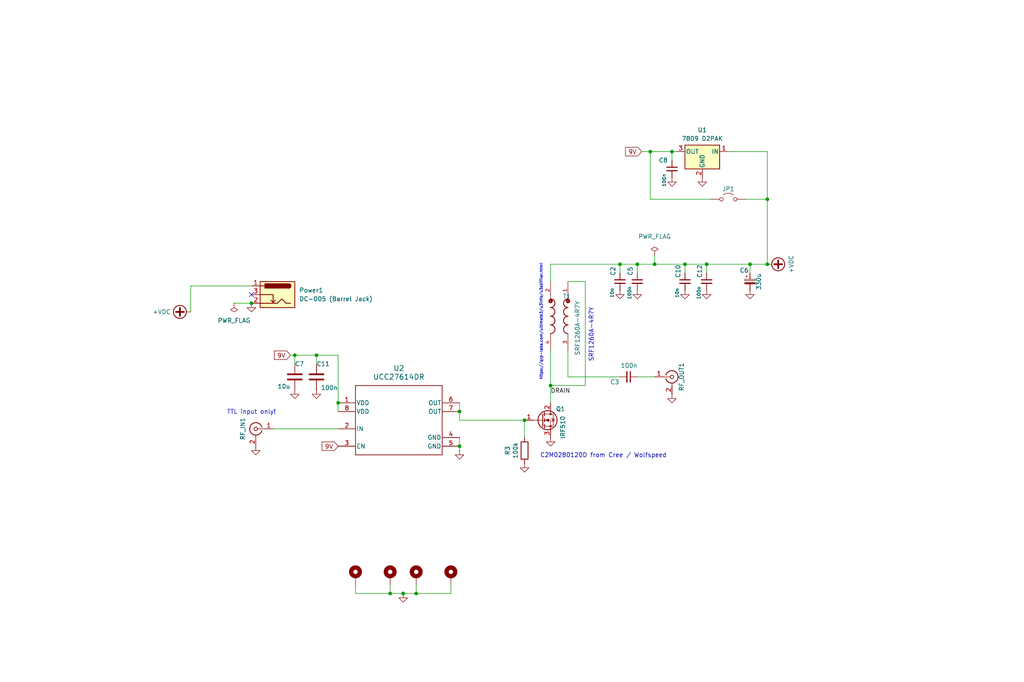
<source format=kicad_sch>
(kicad_sch (version 20250114) (generator "eeschema") (generator_version "9.0")
  (paper "User" 299.999 200)
  (title_block (title "TO-247-Single-Ended Hack Amp (SMD)") (date "2025-01-15") (rev "v10.01") (company "Author: Dhiru Kholia (VU3CER), Rafał Rozestwiński, Brad (K1TE)"))
  (lib_symbols
    (symbol "2025-01-15_05-21-49:UCC27614DR" (pin_names (offset 0.254))
      (property "Reference" "U2" (at 17.78 10.16 0))
      (property "Value" "UCC27614DR" (at 17.78 7.62 0))
      (symbol "UCC27614DR_0_1"
        (polyline (pts (xy 5.08 5.08) (xy 5.08 -15.24)) (stroke (width 0.2032)))
        (polyline (pts (xy 5.08 -15.24) (xy 30.48 -15.24)) (stroke (width 0.2032)))
        (polyline (pts (xy 30.48 5.08) (xy 5.08 5.08)) (stroke (width 0.2032)))
        (polyline (pts (xy 30.48 -15.24) (xy 30.48 5.08)) (stroke (width 0.2032)))
        (pin power_in line (at 0 0 0) (length 5.08) (name "VDD") (number "1"))
        (pin power_in line (at 0 -2.54 0) (length 5.08) (name "VDD") (number "8"))
        (pin input line (at 0 -7.62 0) (length 5.08) (name "IN") (number "2"))
        (pin input line (at 0 -12.7 0) (length 5.08) (name "EN") (number "3"))
        (pin power_in line (at 35.56 -10.16 180) (length 5.08) (name "GND") (number "4"))
        (pin power_in line (at 35.56 -12.7 180) (length 5.08) (name "GND") (number "5"))
      )
      (symbol "UCC27614DR_1_1"
        (pin passive line (at 35.56 0 180) (length 5.08) (name "OUT") (number "6"))
        (pin passive line (at 35.56 -2.54 180) (length 5.08) (name "OUT") (number "7"))
      )
    )
    (symbol "Conn_Coaxial_1" (pin_names (offset 1.016) (hide yes))
      (property "Reference" "J" (at 0.254 3.048 0))
      (property "Value" "Conn_Coaxial" (at 2.921 0 90))
      (symbol "Conn_Coaxial_1_0_1"
        (polyline (pts (xy -2.54 0) (xy -0.508 0)))
        (arc (start 1.778 0) (mid 0.222 -1.8079) (end -1.778 -0.508) (stroke (width 0.254)))
        (arc (start -1.778 0.508) (mid 0.2221 1.8084) (end 1.778 0) (stroke (width 0.254)))
        (circle (center 0 0) (radius 0.508) (stroke (width 0.2032)))
        (polyline (pts (xy 0 -2.54) (xy 0 -1.778)))
      )
      (symbol "Conn_Coaxial_1_1_1"
        (pin passive line (at -5.08 0 0) (length 2.54) (name "In") (number "1"))
        (pin passive line (at 0 -5.08 90) (length 2.54) (name "Ext") (number "2"))
      )
    )
    (symbol "Connector:Barrel_Jack_Switch" (pin_names (hide yes))
      (property "Reference" "J" (at 0 5.334 0))
      (property "Value" "Barrel_Jack_Switch" (at 0 -5.08 0))
      (symbol "Barrel_Jack_Switch_0_1"
        (rectangle (start -5.08 3.81) (end 5.08 -3.81) (stroke (width 0.254)) (fill (type background)))
        (polyline (pts (xy -3.81 -2.54) (xy -2.54 -2.54) (xy -1.27 -1.27) (xy 0 -2.54) (xy 2.54 -2.54) (xy 5.08 -2.54)) (stroke (width 0.254)))
        (arc (start -3.302 1.905) (mid -3.9343 2.54) (end -3.302 3.175) (stroke (width 0.254)))
        (arc (start -3.302 1.905) (mid -3.9343 2.54) (end -3.302 3.175) (stroke (width 0.254)) (fill (type outline)))
        (polyline (pts (xy 1.27 -2.286) (xy 1.905 -1.651)) (stroke (width 0.254)))
        (rectangle (start 3.683 3.175) (end -3.302 1.905) (stroke (width 0.254)) (fill (type outline)))
        (polyline (pts (xy 5.08 2.54) (xy 3.81 2.54)) (stroke (width 0.254)))
        (polyline (pts (xy 5.08 0) (xy 1.27 0) (xy 1.27 -2.286) (xy 0.635 -1.651)) (stroke (width 0.254)))
      )
      (symbol "Barrel_Jack_Switch_1_1"
        (pin passive line (at 7.62 2.54 180) (length 2.54) (name "~") (number "1"))
        (pin passive line (at 7.62 0 180) (length 2.54) (name "~") (number "3"))
        (pin passive line (at 7.62 -2.54 180) (length 2.54) (name "~") (number "2"))
      )
    )
    (symbol "Connector:Conn_Coaxial" (pin_names (offset 1.016) (hide yes))
      (property "Reference" "J" (at 0.254 3.048 0))
      (property "Value" "Conn_Coaxial" (at 2.921 0 90))
      (symbol "Conn_Coaxial_0_1"
        (polyline (pts (xy -2.54 0) (xy -0.508 0)))
        (arc (start 1.778 0) (mid 0.222 -1.8079) (end -1.778 -0.508) (stroke (width 0.254)))
        (arc (start -1.778 0.508) (mid 0.2221 1.8084) (end 1.778 0) (stroke (width 0.254)))
        (circle (center 0 0) (radius 0.508) (stroke (width 0.2032)))
        (polyline (pts (xy 0 -2.54) (xy 0 -1.778)))
      )
      (symbol "Conn_Coaxial_1_1"
        (pin passive line (at -5.08 0 0) (length 2.54) (name "In") (number "1"))
        (pin passive line (at 0 -5.08 90) (length 2.54) (name "Ext") (number "2"))
      )
    )
    (symbol "Device:C" (pin_numbers (hide yes)) (pin_names (offset 0.254))
      (property "Reference" "C" (at 0.635 2.54 0))
      (property "Value" "C" (at 0.635 -2.54 0))
      (symbol "C_0_1"
        (polyline (pts (xy -2.032 0.762) (xy 2.032 0.762)) (stroke (width 0.508)))
        (polyline (pts (xy -2.032 -0.762) (xy 2.032 -0.762)) (stroke (width 0.508)))
      )
      (symbol "C_1_1"
        (pin passive line (at 0 3.81 270) (length 2.794) (name "~") (number "1"))
        (pin passive line (at 0 -3.81 90) (length 2.794) (name "~") (number "2"))
      )
    )
    (symbol "Device:C_Polarized_Small" (pin_numbers (hide yes)) (pin_names (offset 0.254) (hide yes))
      (property "Reference" "C" (at 0.254 1.778 0))
      (property "Value" "C_Polarized_Small" (at 0.254 -2.032 0))
      (symbol "C_Polarized_Small_0_1"
        (rectangle (start -1.524 0.6858) (end 1.524 0.3048))
        (rectangle (start -1.524 -0.3048) (end 1.524 -0.6858) (fill (type outline)))
        (polyline (pts (xy -1.27 1.524) (xy -0.762 1.524)))
        (polyline (pts (xy -1.016 1.27) (xy -1.016 1.778)))
      )
      (symbol "C_Polarized_Small_1_1"
        (pin passive line (at 0 2.54 270) (length 1.8542) (name "~") (number "1"))
        (pin passive line (at 0 -2.54 90) (length 1.8542) (name "~") (number "2"))
      )
    )
    (symbol "Device:C_Small" (pin_numbers (hide yes)) (pin_names (offset 0.254) (hide yes))
      (property "Reference" "C" (at 0.254 1.778 0))
      (property "Value" "C_Small" (at 0.254 -2.032 0))
      (symbol "C_Small_0_1"
        (polyline (pts (xy -1.524 0.508) (xy 1.524 0.508)) (stroke (width 0.3048)))
        (polyline (pts (xy -1.524 -0.508) (xy 1.524 -0.508)) (stroke (width 0.3302)))
      )
      (symbol "C_Small_1_1"
        (pin passive line (at 0 2.54 270) (length 2.032) (name "~") (number "1"))
        (pin passive line (at 0 -2.54 90) (length 2.032) (name "~") (number "2"))
      )
    )
    (symbol "Device:R" (pin_numbers (hide yes)) (pin_names (offset 0))
      (property "Reference" "R" (at 2.032 0 90))
      (property "Value" "R" (at 0 0 90))
      (symbol "R_0_1"
        (rectangle (start -1.016 -2.54) (end 1.016 2.54) (stroke (width 0.254)))
      )
      (symbol "R_1_1"
        (pin passive line (at 0 3.81 270) (length 1.27) (name "~") (number "1"))
        (pin passive line (at 0 -3.81 90) (length 1.27) (name "~") (number "2"))
      )
    )
    (symbol "Jumper:Jumper_2_Open" (pin_numbers (hide yes)) (pin_names (offset 0) (hide yes)) (exclude_from_sim yes)
      (property "Reference" "JP" (at 0 2.794 0))
      (property "Value" "Jumper_2_Open" (at 0 -2.286 0))
      (symbol "Jumper_2_Open_0_0"
        (circle (center -2.032 0) (radius 0.508))
        (circle (center 2.032 0) (radius 0.508))
      )
      (symbol "Jumper_2_Open_0_1"
        (arc (start -1.524 1.27) (mid 0 1.778) (end 1.524 1.27))
      )
      (symbol "Jumper_2_Open_1_1"
        (pin passive line (at -5.08 0 0) (length 2.54) (name "A") (number "1"))
        (pin passive line (at 5.08 0 180) (length 2.54) (name "B") (number "2"))
      )
    )
    (symbol "Mechanical:MountingHole_Pad" (pin_numbers (hide yes)) (pin_names (offset 1.016) (hide yes))
      (property "Reference" "H" (at 0 6.35 0))
      (property "Value" "MountingHole_Pad" (at 0 4.445 0))
      (symbol "MountingHole_Pad_0_1"
        (circle (center 0 1.27) (radius 1.27) (stroke (width 1.27)))
      )
      (symbol "MountingHole_Pad_1_1"
        (pin input line (at 0 -2.54 90) (length 2.54) (name "1") (number "1"))
      )
    )
    (symbol "Regulator_Linear:L7812" (pin_names (offset 0.254))
      (property "Reference" "U" (at -3.81 3.175 0))
      (property "Value" "L7812" (at 0 3.175 0))
      (symbol "L7812_0_1"
        (rectangle (start -5.08 1.905) (end 5.08 -5.08) (stroke (width 0.254)) (fill (type background)))
      )
      (symbol "L7812_1_1"
        (pin power_in line (at -7.62 0 0) (length 2.54) (name "IN") (number "1"))
        (pin power_in line (at 0 -7.62 90) (length 2.54) (name "GND") (number "2"))
        (pin power_out line (at 7.62 0 180) (length 2.54) (name "OUT") (number "3"))
      )
    )
    (symbol "SRF1260A-4R7Y:SRF1260A-4R7Y" (pin_names (offset 1.016))
      (property "Reference" "L" (at -7.631 5.0873 0))
      (property "Value" "SRF1260A-4R7Y" (at -7.6349 -7.6349 0))
      (symbol "SRF1260A-4R7Y_0_0"
        (circle (center -4.445 2.54) (radius 0.127) (stroke (width 0.508)))
        (circle (center -4.445 -2.54) (radius 0.127) (stroke (width 0.508)))
        (arc (start -2.54 2.54) (mid -3.81 1.2755) (end -5.08 2.54) (stroke (width 0.254)))
        (arc (start -5.08 -2.54) (mid -3.81 -1.2755) (end -2.54 -2.54) (stroke (width 0.254)))
        (arc (start 0 2.54) (mid -1.27 1.2755) (end -2.54 2.54) (stroke (width 0.254)))
        (arc (start -2.54 -2.54) (mid -1.27 -1.2755) (end 0 -2.54) (stroke (width 0.254)))
        (arc (start 2.54 2.54) (mid 1.27 1.2755) (end 0 2.54) (stroke (width 0.254)))
        (arc (start 0 -2.54) (mid 1.27 -1.2755) (end 2.54 -2.54) (stroke (width 0.254)))
        (arc (start 5.08 2.54) (mid 3.81 1.2755) (end 2.54 2.54) (stroke (width 0.254)))
        (arc (start 2.54 -2.54) (mid 3.81 -1.2755) (end 5.08 -2.54) (stroke (width 0.254)))
        (pin passive line (at -10.16 2.54 0) (length 5.08) (name "~") (number "1"))
        (pin passive line (at -10.16 -2.54 0) (length 5.08) (name "~") (number "2"))
        (pin passive line (at 10.16 2.54 180) (length 5.08) (name "~") (number "3"))
        (pin passive line (at 10.16 -2.54 180) (length 5.08) (name "~") (number "4"))
      )
    )
    (symbol "Transistor_FET:IRF540N" (pin_names (hide yes))
      (property "Reference" "Q" (at 5.08 1.905 0))
      (property "Value" "IRF540N" (at 5.08 0 0))
      (symbol "IRF540N_0_1"
        (polyline (pts (xy 0.254 1.905) (xy 0.254 -1.905)) (stroke (width 0.254)))
        (polyline (pts (xy 0.254 0) (xy -2.54 0)))
        (polyline (pts (xy 0.762 2.286) (xy 0.762 1.27)) (stroke (width 0.254)))
        (polyline (pts (xy 0.762 0.508) (xy 0.762 -0.508)) (stroke (width 0.254)))
        (polyline (pts (xy 0.762 -1.27) (xy 0.762 -2.286)) (stroke (width 0.254)))
        (polyline (pts (xy 0.762 -1.778) (xy 3.302 -1.778) (xy 3.302 1.778) (xy 0.762 1.778)))
        (polyline (pts (xy 1.016 0) (xy 2.032 0.381) (xy 2.032 -0.381) (xy 1.016 0)) (fill (type outline)))
        (circle (center 1.651 0) (radius 2.794) (stroke (width 0.254)))
        (polyline (pts (xy 2.54 2.54) (xy 2.54 1.778)))
        (circle (center 2.54 1.778) (radius 0.254) (fill (type outline)))
        (circle (center 2.54 -1.778) (radius 0.254) (fill (type outline)))
        (polyline (pts (xy 2.54 -2.54) (xy 2.54 0) (xy 0.762 0)))
        (polyline (pts (xy 2.794 0.508) (xy 2.921 0.381) (xy 3.683 0.381) (xy 3.81 0.254)))
        (polyline (pts (xy 3.302 0.381) (xy 2.921 -0.254) (xy 3.683 -0.254) (xy 3.302 0.381)))
      )
      (symbol "IRF540N_1_1"
        (pin input line (at -5.08 0 0) (length 2.54) (name "G") (number "1"))
        (pin passive line (at 2.54 5.08 270) (length 2.54) (name "D") (number "2"))
        (pin passive line (at 2.54 -5.08 90) (length 2.54) (name "S") (number "3"))
      )
    )
    (symbol "power:+VDC" (power) (pin_numbers (hide yes)) (pin_names (offset 0) (hide yes))
      (property "Value" "+VDC" (at 0 6.35 0))
      (symbol "+VDC_0_1"
        (polyline (pts (xy -1.143 3.175) (xy 1.143 3.175)) (stroke (width 0.508)))
        (circle (center 0 3.175) (radius 1.905) (stroke (width 0.254)))
        (polyline (pts (xy 0 2.032) (xy 0 4.318)) (stroke (width 0.508)))
        (polyline (pts (xy 0 0) (xy 0 1.27)))
      )
      (symbol "+VDC_1_1"
        (pin power_in line (at 0 0 90) (length 0) (name "~") (number "1"))
      )
    )
    (symbol "power:GND" (power) (pin_numbers (hide yes)) (pin_names (offset 0) (hide yes))
      (property "Value" "GND" (at 0 -3.81 0))
      (symbol "GND_0_1"
        (polyline (pts (xy 0 0) (xy 0 -1.27) (xy 1.27 -1.27) (xy 0 -2.54) (xy -1.27 -1.27) (xy 0 -1.27)))
      )
      (symbol "GND_1_1"
        (pin power_in line (at 0 0 270) (length 0) (name "~") (number "1"))
      )
    )
    (symbol "power:PWR_FLAG" (power) (pin_numbers (hide yes)) (pin_names (offset 0) (hide yes))
      (property "Value" "PWR_FLAG" (at 0 3.81 0))
      (symbol "PWR_FLAG_0_0"
        (pin power_out line (at 0 0 90) (length 0) (name "~") (number "1"))
      )
      (symbol "PWR_FLAG_0_1"
        (polyline (pts (xy 0 0) (xy 0 1.27) (xy -1.016 1.905) (xy 0 2.54) (xy 1.016 1.905) (xy 0 1.27)))
      )
    )
  )
  (text "https://qrp-labs.com/ultimate3/u3info/u3sbifilar.html" (at 159.004 111.506 90) (effects (font (size 0.8 0.8)) (justify left bottom)))
  (text "SRF1260A-4R7Y" (at 173.99 106.172 90) (effects (font (size 1.27 1.27)) (justify left bottom)))
  (text "TTL input only!" (at 73.66 120.904 0) (effects (font (size 1.27 1.27))))
  (text "C2M0280120D from Cree / Wolfspeed" (at 176.784 133.604 0) (effects (font (size 1.27 1.27))))
  (junction (at 92.71 104.14))
  (junction (at 200.66 77.47))
  (junction (at 73.66 88.9))
  (junction (at 134.62 120.65))
  (junction (at 186.69 77.47))
  (junction (at 224.79 58.42))
  (junction (at 114.3 173.99))
  (junction (at 134.62 130.81))
  (junction (at 121.92 173.99))
  (junction (at 190.5 44.45))
  (junction (at 181.61 77.47))
  (junction (at 99.06 118.11))
  (junction (at 161.29 113.03))
  (junction (at 219.71 77.47))
  (junction (at 118.11 173.99))
  (junction (at 191.77 77.47))
  (junction (at 207.01 77.47))
  (junction (at 196.85 44.45))
  (junction (at 153.67 123.19))
  (junction (at 86.36 104.14))
  (junction (at 224.79 77.47))
  (no_connect (at 73.66 86.36))
  (wire (pts (xy 186.69 77.47) (xy 191.77 77.47)))
  (wire (pts (xy 132.08 173.99) (xy 132.08 171.45)))
  (wire (pts (xy 86.36 104.14) (xy 92.71 104.14)))
  (wire (pts (xy 92.71 104.14) (xy 92.71 106.68)))
  (wire (pts (xy 166.37 102.87) (xy 166.37 110.49)))
  (wire (pts (xy 153.67 128.27) (xy 153.67 123.19)))
  (wire (pts (xy 181.61 77.47) (xy 186.69 77.47)))
  (wire (pts (xy 55.88 83.82) (xy 55.88 91.44)))
  (wire (pts (xy 224.79 58.42) (xy 224.79 77.47)))
  (wire (pts (xy 86.36 104.14) (xy 86.36 106.68)))
  (wire (pts (xy 55.88 83.82) (xy 73.66 83.82)))
  (wire (pts (xy 186.69 110.49) (xy 191.77 110.49)))
  (wire (pts (xy 190.5 58.42) (xy 208.28 58.42)))
  (wire (pts (xy 200.66 77.47) (xy 200.66 80.01)))
  (wire (pts (xy 85.09 104.14) (xy 86.36 104.14)))
  (wire (pts (xy 80.01 125.73) (xy 99.06 125.73)))
  (wire (pts (xy 99.06 104.14) (xy 99.06 118.11)))
  (wire (pts (xy 104.14 173.99) (xy 114.3 173.99)))
  (wire (pts (xy 134.62 130.81) (xy 134.62 132.08)))
  (wire (pts (xy 219.71 77.47) (xy 219.71 80.01)))
  (wire (pts (xy 191.77 77.47) (xy 200.66 77.47)))
  (wire (pts (xy 224.79 44.45) (xy 224.79 58.42)))
  (wire (pts (xy 186.69 77.47) (xy 186.69 80.01)))
  (wire (pts (xy 166.37 110.49) (xy 181.61 110.49)))
  (wire (pts (xy 114.3 171.45) (xy 114.3 173.99)))
  (wire (pts (xy 207.01 77.47) (xy 219.71 77.47)))
  (wire (pts (xy 166.37 82.55) (xy 171.45 82.55)))
  (wire (pts (xy 134.62 123.19) (xy 134.62 120.65)))
  (wire (pts (xy 196.85 44.45) (xy 198.12 44.45)))
  (wire (pts (xy 161.29 102.87) (xy 161.29 113.03)))
  (wire (pts (xy 104.14 171.45) (xy 104.14 173.99)))
  (wire (pts (xy 187.96 44.45) (xy 190.5 44.45)))
  (wire (pts (xy 161.29 113.03) (xy 171.45 113.03)))
  (wire (pts (xy 207.01 77.47) (xy 207.01 80.01)))
  (wire (pts (xy 134.62 123.19) (xy 153.67 123.19)))
  (wire (pts (xy 92.71 104.14) (xy 99.06 104.14)))
  (wire (pts (xy 161.29 113.03) (xy 161.29 118.11)))
  (wire (pts (xy 68.58 88.9) (xy 73.66 88.9)))
  (wire (pts (xy 196.85 44.45) (xy 196.85 46.99)))
  (wire (pts (xy 118.11 173.99) (xy 121.92 173.99)))
  (wire (pts (xy 121.92 173.99) (xy 132.08 173.99)))
  (wire (pts (xy 191.77 74.93) (xy 191.77 77.47)))
  (wire (pts (xy 218.44 58.42) (xy 224.79 58.42)))
  (wire (pts (xy 161.29 77.47) (xy 181.61 77.47)))
  (wire (pts (xy 134.62 128.27) (xy 134.62 130.81)))
  (wire (pts (xy 134.62 118.11) (xy 134.62 120.65)))
  (wire (pts (xy 190.5 58.42) (xy 190.5 44.45)))
  (wire (pts (xy 181.61 77.47) (xy 181.61 80.01)))
  (wire (pts (xy 219.71 77.47) (xy 224.79 77.47)))
  (wire (pts (xy 99.06 118.11) (xy 99.06 120.65)))
  (wire (pts (xy 114.3 173.99) (xy 118.11 173.99)))
  (wire (pts (xy 200.66 77.47) (xy 207.01 77.47)))
  (wire (pts (xy 161.29 82.55) (xy 161.29 77.47)))
  (wire (pts (xy 171.45 82.55) (xy 171.45 113.03)))
  (wire (pts (xy 213.36 44.45) (xy 224.79 44.45)))
  (wire (pts (xy 190.5 44.45) (xy 196.85 44.45)))
  (wire (pts (xy 121.92 171.45) (xy 121.92 173.99)))
  (label "DRAIN" (at 161.29 115.57 0))
  (global_label "9V" (shape input) (at 99.06 130.81 180) (property "Intersheetrefs" "${INTERSHEET_REFS}" (effects (hide yes))))
  (global_label "9V" (shape input) (at 85.09 104.14 180) (property "Intersheetrefs" "${INTERSHEET_REFS}" (effects (hide yes))))
  (global_label "9V" (shape input) (at 187.96 44.45 180) (property "Intersheetrefs" "${INTERSHEET_REFS}" (effects (hide yes))))
  (symbol (lib_id "power:+VDC") (at 55.88 91.44 90) (unit 1)
    (property "Reference" "#PWR0110" (effects (hide yes)))
    (property "Value" "+VDC" (at 50.0634 91.44 90) (effects (justify left)))
    (property "Description" "Power symbol creates a global label with name \"+VDC\"" (effects (hide yes)))
  )
  (symbol (lib_id "power:GND") (at 186.69 85.09 0) (unit 1)
    (property "Reference" "#PWR012" (effects (hide yes)))
    (property "Value" "GND" (effects (hide yes)))
  )
  (symbol (lib_id "power:GND") (at 181.61 85.09 0) (unit 1)
    (property "Reference" "#PWR05" (effects (hide yes)))
    (property "Value" "GND" (effects (hide yes)))
  )
  (symbol (lib_id "power:+VDC") (at 224.79 77.47 270) (unit 1)
    (property "Reference" "#PWR018" (effects (hide yes)))
    (property "Value" "+VDC" (at 231.775 77.47 0))
    (property "Description" "Power symbol creates a global label with name \"+VDC\"" (effects (hide yes)))
  )
  (symbol (lib_id "Device:C_Small") (at 181.61 82.55 0) (unit 1)
    (property "Reference" "C2" (at 179.578 79.502 90))
    (property "Value" "10n" (at 179.324 85.852 90) (effects (font (size 0.9906 0.9906))))
    (property "Footprint" "Capacitor_SMD:C_1206_3216Metric_Pad1.33x1.80mm_HandSolder" (effects (hide yes)))
    (property "LCSC Part" "C24783" (effects (hide yes)))
  )
  (symbol (lib_id "Transistor_FET:IRF540N") (at 158.75 123.19 0) (unit 1)
    (property "Reference" "Q1" (at 162.814 119.888 0) (effects (justify left)))
    (property "Value" "IRF510" (at 164.8714 128.7018 90) (effects (justify left)))
    (property "Footprint" "footprints:TO-247-3_Horizontal_TabDown_Modded" (effects (hide yes)))
    (property "Datasheet" "http://www.irf.com/product-info/datasheets/data/irf540n.pdf" (effects (hide yes)))
    (property "Description" "33A Id, 100V Vds, HEXFET N-Channel MOSFET, TO-220" (effects (hide yes)))
  )
  (symbol (lib_id "power:GND") (at 207.01 85.09 0) (unit 1)
    (property "Reference" "#PWR017" (effects (hide yes)))
    (property "Value" "GND" (effects (hide yes)))
  )
  (symbol (lib_id "power:GND") (at 196.85 52.07 0) (unit 1)
    (property "Reference" "#PWR07" (effects (hide yes)))
    (property "Value" "GND" (effects (hide yes)))
    (property "Description" "Power symbol creates a global label with name \"GND\" , ground" (effects (hide yes)))
  )
  (symbol (lib_id "Regulator_Linear:L7812") (at 205.74 44.45 0) (mirror y) (unit 1)
    (property "Reference" "U1" (at 205.74 38.1 0))
    (property "Value" "7809 D2PAK" (at 205.74 40.64 0))
    (property "Footprint" "footprints:TO-263-2-bigger" (effects (hide yes)))
    (property "Datasheet" "http://www.st.com/content/ccc/resource/technical/document/datasheet/41/4f/b3/b0/12/d4/47/88/CD00000444.pdf/files/CD00000444.pdf/jcr:content/translations/en.CD00000444.pdf" (effects (hide yes)))
    (property "Description" "Positive 1.5A 35V Linear Regulator, Fixed Output 12V, TO-220/TO-263/TO-252" (effects (hide yes)))
    (property "LCSC Part" "C54614" (effects (hide yes)))
  )
  (symbol (lib_id "power:GND") (at 196.85 115.57 0) (mirror y) (unit 1)
    (property "Reference" "#PWR04" (effects (hide yes)))
    (property "Value" "GND" (effects (hide yes)))
    (property "Description" "Power symbol creates a global label with name \"GND\" , ground" (effects (hide yes)))
  )
  (symbol (lib_id "power:GND") (at 73.66 88.9 0) (unit 1)
    (property "Reference" "#PWR019" (effects (hide yes)))
    (property "Value" "GND" (effects (hide yes)))
    (property "Description" "Power symbol creates a global label with name \"GND\" , ground" (effects (hide yes)))
  )
  (symbol (lib_name "Conn_Coaxial_1") (lib_id "Connector:Conn_Coaxial") (at 196.85 110.49 0) (unit 1)
    (property "Reference" "RF_OUT1" (at 199.644 110.49 90))
    (property "Value" "SMA" (effects (hide yes)))
    (property "Footprint" "Connector_Coaxial:SMA_Samtec_SMA-J-P-H-ST-EM1_EdgeMount" (effects (hide yes)))
    (property "Description" "coaxial connector (BNC, SMA, SMB, SMC, Cinch/RCA, LEMO, ...)" (effects (hide yes)))
  )
  (symbol (lib_id "power:GND") (at 134.62 132.08 0) (unit 1)
    (property "Reference" "#PWR023" (effects (hide yes)))
    (property "Value" "GND" (effects (hide yes)))
    (property "Description" "Power symbol creates a global label with name \"GND\" , ground" (effects (hide yes)))
  )
  (symbol (lib_id "Device:C") (at 92.71 110.49 0) (unit 1)
    (property "Reference" "C11" (at 92.71 106.68 0) (effects (justify left)))
    (property "Value" "100n" (at 93.98 113.665 0) (effects (justify left)))
    (property "Footprint" "Capacitor_SMD:C_1206_3216Metric_Pad1.33x1.80mm_HandSolder" (effects (hide yes)))
    (property "LCSC Part" "C13585" (effects (hide yes)))
  )
  (symbol (lib_id "Device:R") (at 153.67 132.08 0) (unit 1)
    (property "Reference" "R3" (at 148.6916 132.08 90))
    (property "Value" "100k" (at 151.003 132.08 90))
    (property "Footprint" "Resistor_SMD:R_1206_3216Metric_Pad1.30x1.75mm_HandSolder" (effects (hide yes)))
    (property "LCSC Part" "C17900" (effects (hide yes)))
  )
  (symbol (lib_id "power:GND") (at 74.93 130.81 0) (unit 1)
    (property "Reference" "#PWR08" (effects (hide yes)))
    (property "Value" "GND" (effects (hide yes)))
    (property "Description" "Power symbol creates a global label with name \"GND\" , ground" (effects (hide yes)))
  )
  (symbol (lib_id "Connector:Conn_Coaxial") (at 74.93 125.73 0) (mirror y) (unit 1)
    (property "Reference" "RF_IN1" (at 71.12 125.73 90))
    (property "Value" "SMA" (effects (hide yes)))
    (property "Footprint" "Connector_Coaxial:SMA_Samtec_SMA-J-P-H-ST-EM1_EdgeMount" (effects (hide yes)))
    (property "Description" "coaxial connector (BNC, SMA, SMB, SMC, Cinch/RCA, LEMO, ...)" (effects (hide yes)))
  )
  (symbol (lib_id "power:GND") (at 86.36 114.3 0) (unit 1)
    (property "Reference" "#PWR020" (effects (hide yes)))
    (property "Value" "GND" (effects (hide yes)))
    (property "Description" "Power symbol creates a global label with name \"GND\" , ground" (effects (hide yes)))
  )
  (symbol (lib_id "Mechanical:MountingHole_Pad") (at 121.92 168.91 0) (unit 1)
    (property "Reference" "H3" (effects (hide yes)))
    (property "Value" "MountingHole_Pad" (effects (hide yes)))
    (property "Footprint" "MountingHole:MountingHole_3.2mm_M3_Pad_Via" (effects (hide yes)))
  )
  (symbol (lib_id "2025-01-15_05-21-49:UCC27614DR") (at 99.06 118.11 0) (unit 1)
    (property "Reference" "U2" (at 116.84 107.95 0) (effects (font (size 1.524 1.524))))
    (property "Value" "UCC27614DR" (at 116.84 110.49 0) (effects (font (size 1.524 1.524))))
    (property "Footprint" "Package_SO:SOIC-8_3.9x4.9mm_P1.27mm" (effects (hide yes)))
    (property "Datasheet" "UCC27614DR" (effects (hide yes)))
  )
  (symbol (lib_id "Device:C_Polarized_Small") (at 219.71 82.55 0) (unit 1)
    (property "Reference" "C6" (at 216.662 79.248 0) (effects (justify left)))
    (property "Value" "330u" (at 222.25 85.09 90) (effects (justify left)))
    (property "Footprint" "Capacitor_THT:CP_Radial_D8.0mm_P5.00mm" (effects (hide yes)))
  )
  (symbol (lib_id "Jumper:Jumper_2_Open") (at 213.36 58.42 0) (unit 1)
    (property "Reference" "JP1" (at 213.36 55.372 0))
    (property "Value" "Jumper_2_Open" (effects (hide yes)))
    (property "Footprint" "Jumper:SolderJumper-2_P1.3mm_Open_RoundedPad1.0x1.5mm" (effects (hide yes)))
    (property "Description" "Jumper, 2-pole, open" (effects (hide yes)))
  )
  (symbol (lib_id "Mechanical:MountingHole_Pad") (at 114.3 168.91 0) (unit 1)
    (property "Reference" "H2" (effects (hide yes)))
    (property "Value" "MountingHole_Pad" (effects (hide yes)))
    (property "Footprint" "MountingHole:MountingHole_3.2mm_M3_Pad_Via" (effects (hide yes)))
  )
  (symbol (lib_id "power:PWR_FLAG") (at 191.77 74.93 0) (unit 1)
    (property "Reference" "#FLG01" (effects (hide yes)))
    (property "Value" "PWR_FLAG" (at 191.77 69.342 0))
  )
  (symbol (lib_id "Device:C_Small") (at 184.15 110.49 270) (unit 1)
    (property "Reference" "C3" (at 180.086 112.014 90))
    (property "Value" "100n" (at 184.277 107.188 90))
    (property "Footprint" "Capacitor_SMD:C_1206_3216Metric_Pad1.33x1.80mm_HandSolder" (effects (hide yes)))
    (property "LCSC Part" "C110255" (effects (hide yes)))
  )
  (symbol (lib_id "power:GND") (at 92.71 114.3 0) (unit 1)
    (property "Reference" "#PWR022" (effects (hide yes)))
    (property "Value" "GND" (effects (hide yes)))
    (property "Description" "Power symbol creates a global label with name \"GND\" , ground" (effects (hide yes)))
  )
  (symbol (lib_id "power:GND") (at 200.66 85.09 0) (unit 1)
    (property "Reference" "#PWR014" (effects (hide yes)))
    (property "Value" "GND" (effects (hide yes)))
  )
  (symbol (lib_id "SRF1260A-4R7Y:SRF1260A-4R7Y") (at 163.83 92.71 270) (unit 1)
    (property "Reference" "T1" (at 164.846 86.868 90) (effects (justify left)))
    (property "Value" "SRF1260A-4R7Y" (at 169.164 88.138 0) (effects (justify left)))
    (property "Footprint" "footprints:IND_SRF1260A-4R7Y-Longer-Pads" (effects (hide yes)))
    (property "MF" "Bourns" (effects (hide yes)))
    (property "MOUSER-PURCHASE-URL" "https://snapeda.com/shop?store=Mouser&id=1533338" (effects (hide yes)))
    (property "DESCRIPTION" "Shielded 2 Coil Inductor Array 27.2µH Inductance - Connected in Series 6.8µH Inductance - Connected in Parallel 18.6mOhm Max DC Resistance (DCR) - Parallel 6.64A Nonstandard" (effects (hide yes)))
    (property "PACKAGE" "Nonstandard Bourns" (effects (hide yes)))
    (property "PRICE" "None" (effects (hide yes)))
    (property "MP" "SRF1260A-6R8Y" (effects (hide yes)))
    (property "AVAILABILITY" "Warning" (effects (hide yes)))
    (property "LCSC Part" "C3273481" (effects (hide yes)))
  )
  (symbol (lib_id "power:GND") (at 118.11 173.99 0) (unit 1)
    (property "Reference" "#PWR01" (effects (hide yes)))
    (property "Value" "GND" (effects (hide yes)))
    (property "Description" "Power symbol creates a global label with name \"GND\" , ground" (effects (hide yes)))
  )
  (symbol (lib_id "power:PWR_FLAG") (at 68.58 88.9 180) (unit 1)
    (property "Reference" "#FLG03" (effects (hide yes)))
    (property "Value" "PWR_FLAG" (at 68.58 93.98 0))
    (property "Description" "Special symbol for telling ERC where power comes from" (effects (hide yes)))
  )
  (symbol (lib_id "power:GND") (at 161.29 128.27 0) (unit 1)
    (property "Reference" "#PWR015" (effects (hide yes)))
    (property "Value" "GND" (effects (hide yes)))
    (property "Description" "Power symbol creates a global label with name \"GND\" , ground" (effects (hide yes)))
  )
  (symbol (lib_id "power:GND") (at 219.71 85.09 0) (unit 1)
    (property "Reference" "#PWR013" (effects (hide yes)))
    (property "Value" "GND" (effects (hide yes)))
  )
  (symbol (lib_id "Device:C") (at 86.36 110.49 0) (unit 1)
    (property "Reference" "C7" (at 86.36 106.68 0) (effects (justify left)))
    (property "Value" "10u" (at 81.28 113.284 0) (effects (justify left)))
    (property "Footprint" "Capacitor_SMD:C_1206_3216Metric_Pad1.33x1.80mm_HandSolder" (effects (hide yes)))
    (property "LCSC Part" "C110255" (effects (hide yes)))
  )
  (symbol (lib_id "Mechanical:MountingHole_Pad") (at 132.08 168.91 0) (mirror y) (unit 1)
    (property "Reference" "H4" (effects (hide yes)))
    (property "Value" "MountingHole_Pad" (effects (hide yes)))
    (property "Footprint" "MountingHole:MountingHole_3.2mm_M3_Pad_Via" (effects (hide yes)))
  )
  (symbol (lib_id "Connector:Barrel_Jack_Switch") (at 81.28 86.36 0) (mirror y) (unit 1)
    (property "Reference" "Power1" (at 87.63 85.0899 0) (effects (justify right)))
    (property "Value" "DC-005 (Barrel Jack)" (at 87.63 87.6299 0) (effects (justify right)))
    (property "Footprint" "footprints:XKB_DC-005-5A-2.0_Modded" (effects (hide yes)))
  )
  (symbol (lib_id "power:GND") (at 205.74 52.07 0) (unit 1)
    (property "Reference" "#PWR06" (effects (hide yes)))
    (property "Value" "GND" (effects (hide yes)))
    (property "Description" "Power symbol creates a global label with name \"GND\" , ground" (effects (hide yes)))
  )
  (symbol (lib_id "Device:C_Small") (at 196.85 49.53 0) (unit 1)
    (property "Reference" "C8" (at 194.31 46.99 0))
    (property "Value" "100n" (at 194.564 52.832 90) (effects (font (size 0.9906 0.9906))))
    (property "Footprint" "Capacitor_SMD:C_1206_3216Metric_Pad1.33x1.80mm_HandSolder" (effects (hide yes)))
    (property "LCSC Part" "C110255" (effects (hide yes)))
  )
  (symbol (lib_id "Device:C_Small") (at 186.69 82.55 0) (unit 1)
    (property "Reference" "C5" (at 184.658 79.502 90))
    (property "Value" "100n" (at 184.404 85.852 90) (effects (font (size 0.9906 0.9906))))
    (property "Footprint" "Capacitor_SMD:C_1206_3216Metric_Pad1.33x1.80mm_HandSolder" (effects (hide yes)))
    (property "LCSC Part" "C55077" (effects (hide yes)))
  )
  (symbol (lib_id "power:GND") (at 153.67 135.89 0) (unit 1)
    (property "Reference" "#PWR016" (effects (hide yes)))
    (property "Value" "GND" (effects (hide yes)))
    (property "Description" "Power symbol creates a global label with name \"GND\" , ground" (effects (hide yes)))
  )
  (symbol (lib_id "Device:C_Small") (at 207.01 82.55 0) (unit 1)
    (property "Reference" "C12" (at 204.978 79.502 90))
    (property "Value" "100n" (at 204.724 85.852 90) (effects (font (size 0.9906 0.9906))))
    (property "Footprint" "Capacitor_SMD:C_1206_3216Metric_Pad1.33x1.80mm_HandSolder" (effects (hide yes)))
    (property "LCSC Part" "C55077" (effects (hide yes)))
  )
  (symbol (lib_id "Mechanical:MountingHole_Pad") (at 104.14 168.91 0) (unit 1)
    (property "Reference" "H1" (effects (hide yes)))
    (property "Value" "MountingHole_Pad" (effects (hide yes)))
    (property "Footprint" "MountingHole:MountingHole_3.2mm_M3_Pad_Via" (effects (hide yes)))
  )
  (symbol (lib_id "Device:C_Small") (at 200.66 82.55 0) (unit 1)
    (property "Reference" "C10" (at 198.628 79.502 90))
    (property "Value" "10n" (at 198.374 85.852 90) (effects (font (size 0.9906 0.9906))))
    (property "Footprint" "Capacitor_SMD:C_1206_3216Metric_Pad1.33x1.80mm_HandSolder" (effects (hide yes)))
    (property "LCSC Part" "C24783" (effects (hide yes)))
  )
)
</source>
